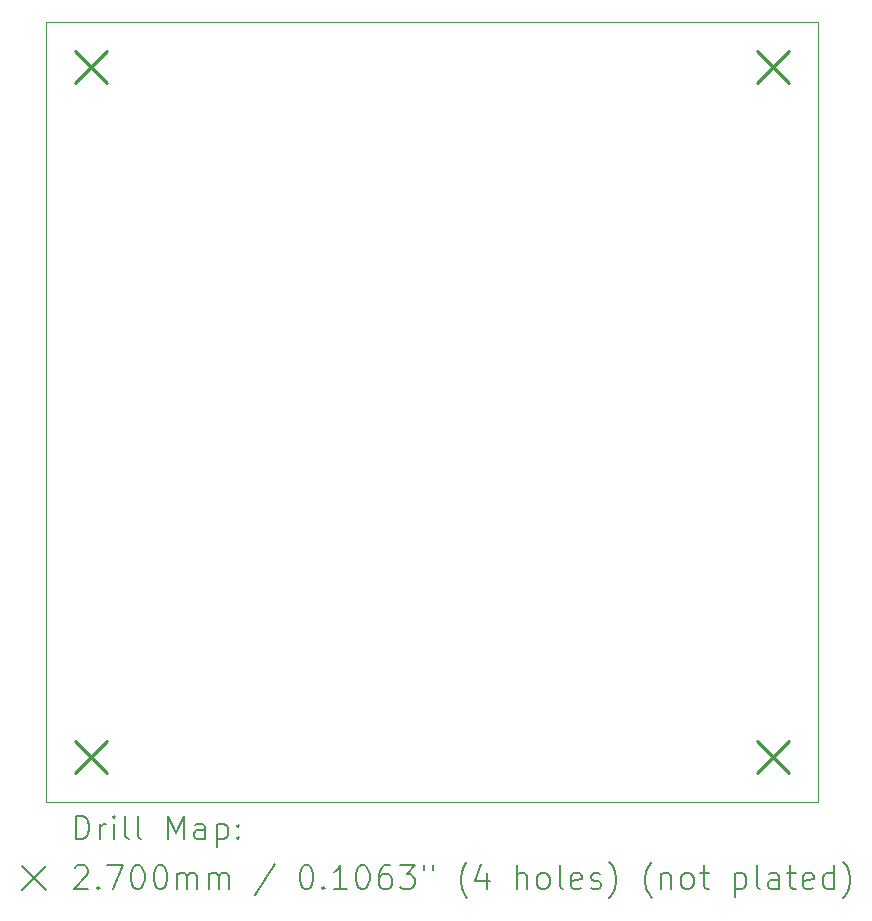
<source format=gbr>
%FSLAX45Y45*%
G04 Gerber Fmt 4.5, Leading zero omitted, Abs format (unit mm)*
G04 Created by KiCad (PCBNEW (6.0.2)) date 2022-11-25 11:40:52*
%MOMM*%
%LPD*%
G01*
G04 APERTURE LIST*
%TA.AperFunction,Profile*%
%ADD10C,0.050000*%
%TD*%
%ADD11C,0.200000*%
%ADD12C,0.270000*%
G04 APERTURE END LIST*
D10*
X15684500Y-12319000D02*
X9144000Y-12319000D01*
X9144000Y-12319000D02*
X9144000Y-5715000D01*
X9144000Y-5715000D02*
X15684500Y-5715000D01*
X15684500Y-5715000D02*
X15684500Y-12319000D01*
D11*
D12*
X9390000Y-5961000D02*
X9660000Y-6231000D01*
X9660000Y-5961000D02*
X9390000Y-6231000D01*
X9390000Y-11803000D02*
X9660000Y-12073000D01*
X9660000Y-11803000D02*
X9390000Y-12073000D01*
X15168500Y-5961000D02*
X15438500Y-6231000D01*
X15438500Y-5961000D02*
X15168500Y-6231000D01*
X15168500Y-11803000D02*
X15438500Y-12073000D01*
X15438500Y-11803000D02*
X15168500Y-12073000D01*
D11*
X9399119Y-12631976D02*
X9399119Y-12431976D01*
X9446738Y-12431976D01*
X9475310Y-12441500D01*
X9494357Y-12460548D01*
X9503881Y-12479595D01*
X9513405Y-12517690D01*
X9513405Y-12546262D01*
X9503881Y-12584357D01*
X9494357Y-12603405D01*
X9475310Y-12622452D01*
X9446738Y-12631976D01*
X9399119Y-12631976D01*
X9599119Y-12631976D02*
X9599119Y-12498643D01*
X9599119Y-12536738D02*
X9608643Y-12517690D01*
X9618167Y-12508167D01*
X9637214Y-12498643D01*
X9656262Y-12498643D01*
X9722929Y-12631976D02*
X9722929Y-12498643D01*
X9722929Y-12431976D02*
X9713405Y-12441500D01*
X9722929Y-12451024D01*
X9732452Y-12441500D01*
X9722929Y-12431976D01*
X9722929Y-12451024D01*
X9846738Y-12631976D02*
X9827690Y-12622452D01*
X9818167Y-12603405D01*
X9818167Y-12431976D01*
X9951500Y-12631976D02*
X9932452Y-12622452D01*
X9922929Y-12603405D01*
X9922929Y-12431976D01*
X10180071Y-12631976D02*
X10180071Y-12431976D01*
X10246738Y-12574833D01*
X10313405Y-12431976D01*
X10313405Y-12631976D01*
X10494357Y-12631976D02*
X10494357Y-12527214D01*
X10484833Y-12508167D01*
X10465786Y-12498643D01*
X10427690Y-12498643D01*
X10408643Y-12508167D01*
X10494357Y-12622452D02*
X10475310Y-12631976D01*
X10427690Y-12631976D01*
X10408643Y-12622452D01*
X10399119Y-12603405D01*
X10399119Y-12584357D01*
X10408643Y-12565309D01*
X10427690Y-12555786D01*
X10475310Y-12555786D01*
X10494357Y-12546262D01*
X10589595Y-12498643D02*
X10589595Y-12698643D01*
X10589595Y-12508167D02*
X10608643Y-12498643D01*
X10646738Y-12498643D01*
X10665786Y-12508167D01*
X10675310Y-12517690D01*
X10684833Y-12536738D01*
X10684833Y-12593881D01*
X10675310Y-12612928D01*
X10665786Y-12622452D01*
X10646738Y-12631976D01*
X10608643Y-12631976D01*
X10589595Y-12622452D01*
X10770548Y-12612928D02*
X10780071Y-12622452D01*
X10770548Y-12631976D01*
X10761024Y-12622452D01*
X10770548Y-12612928D01*
X10770548Y-12631976D01*
X10770548Y-12508167D02*
X10780071Y-12517690D01*
X10770548Y-12527214D01*
X10761024Y-12517690D01*
X10770548Y-12508167D01*
X10770548Y-12527214D01*
X8941500Y-12861500D02*
X9141500Y-13061500D01*
X9141500Y-12861500D02*
X8941500Y-13061500D01*
X9389595Y-12871024D02*
X9399119Y-12861500D01*
X9418167Y-12851976D01*
X9465786Y-12851976D01*
X9484833Y-12861500D01*
X9494357Y-12871024D01*
X9503881Y-12890071D01*
X9503881Y-12909119D01*
X9494357Y-12937690D01*
X9380071Y-13051976D01*
X9503881Y-13051976D01*
X9589595Y-13032928D02*
X9599119Y-13042452D01*
X9589595Y-13051976D01*
X9580071Y-13042452D01*
X9589595Y-13032928D01*
X9589595Y-13051976D01*
X9665786Y-12851976D02*
X9799119Y-12851976D01*
X9713405Y-13051976D01*
X9913405Y-12851976D02*
X9932452Y-12851976D01*
X9951500Y-12861500D01*
X9961024Y-12871024D01*
X9970548Y-12890071D01*
X9980071Y-12928167D01*
X9980071Y-12975786D01*
X9970548Y-13013881D01*
X9961024Y-13032928D01*
X9951500Y-13042452D01*
X9932452Y-13051976D01*
X9913405Y-13051976D01*
X9894357Y-13042452D01*
X9884833Y-13032928D01*
X9875310Y-13013881D01*
X9865786Y-12975786D01*
X9865786Y-12928167D01*
X9875310Y-12890071D01*
X9884833Y-12871024D01*
X9894357Y-12861500D01*
X9913405Y-12851976D01*
X10103881Y-12851976D02*
X10122929Y-12851976D01*
X10141976Y-12861500D01*
X10151500Y-12871024D01*
X10161024Y-12890071D01*
X10170548Y-12928167D01*
X10170548Y-12975786D01*
X10161024Y-13013881D01*
X10151500Y-13032928D01*
X10141976Y-13042452D01*
X10122929Y-13051976D01*
X10103881Y-13051976D01*
X10084833Y-13042452D01*
X10075310Y-13032928D01*
X10065786Y-13013881D01*
X10056262Y-12975786D01*
X10056262Y-12928167D01*
X10065786Y-12890071D01*
X10075310Y-12871024D01*
X10084833Y-12861500D01*
X10103881Y-12851976D01*
X10256262Y-13051976D02*
X10256262Y-12918643D01*
X10256262Y-12937690D02*
X10265786Y-12928167D01*
X10284833Y-12918643D01*
X10313405Y-12918643D01*
X10332452Y-12928167D01*
X10341976Y-12947214D01*
X10341976Y-13051976D01*
X10341976Y-12947214D02*
X10351500Y-12928167D01*
X10370548Y-12918643D01*
X10399119Y-12918643D01*
X10418167Y-12928167D01*
X10427690Y-12947214D01*
X10427690Y-13051976D01*
X10522929Y-13051976D02*
X10522929Y-12918643D01*
X10522929Y-12937690D02*
X10532452Y-12928167D01*
X10551500Y-12918643D01*
X10580071Y-12918643D01*
X10599119Y-12928167D01*
X10608643Y-12947214D01*
X10608643Y-13051976D01*
X10608643Y-12947214D02*
X10618167Y-12928167D01*
X10637214Y-12918643D01*
X10665786Y-12918643D01*
X10684833Y-12928167D01*
X10694357Y-12947214D01*
X10694357Y-13051976D01*
X11084833Y-12842452D02*
X10913405Y-13099595D01*
X11341976Y-12851976D02*
X11361024Y-12851976D01*
X11380071Y-12861500D01*
X11389595Y-12871024D01*
X11399119Y-12890071D01*
X11408643Y-12928167D01*
X11408643Y-12975786D01*
X11399119Y-13013881D01*
X11389595Y-13032928D01*
X11380071Y-13042452D01*
X11361024Y-13051976D01*
X11341976Y-13051976D01*
X11322928Y-13042452D01*
X11313405Y-13032928D01*
X11303881Y-13013881D01*
X11294357Y-12975786D01*
X11294357Y-12928167D01*
X11303881Y-12890071D01*
X11313405Y-12871024D01*
X11322928Y-12861500D01*
X11341976Y-12851976D01*
X11494357Y-13032928D02*
X11503881Y-13042452D01*
X11494357Y-13051976D01*
X11484833Y-13042452D01*
X11494357Y-13032928D01*
X11494357Y-13051976D01*
X11694357Y-13051976D02*
X11580071Y-13051976D01*
X11637214Y-13051976D02*
X11637214Y-12851976D01*
X11618167Y-12880548D01*
X11599119Y-12899595D01*
X11580071Y-12909119D01*
X11818167Y-12851976D02*
X11837214Y-12851976D01*
X11856262Y-12861500D01*
X11865786Y-12871024D01*
X11875309Y-12890071D01*
X11884833Y-12928167D01*
X11884833Y-12975786D01*
X11875309Y-13013881D01*
X11865786Y-13032928D01*
X11856262Y-13042452D01*
X11837214Y-13051976D01*
X11818167Y-13051976D01*
X11799119Y-13042452D01*
X11789595Y-13032928D01*
X11780071Y-13013881D01*
X11770548Y-12975786D01*
X11770548Y-12928167D01*
X11780071Y-12890071D01*
X11789595Y-12871024D01*
X11799119Y-12861500D01*
X11818167Y-12851976D01*
X12056262Y-12851976D02*
X12018167Y-12851976D01*
X11999119Y-12861500D01*
X11989595Y-12871024D01*
X11970548Y-12899595D01*
X11961024Y-12937690D01*
X11961024Y-13013881D01*
X11970548Y-13032928D01*
X11980071Y-13042452D01*
X11999119Y-13051976D01*
X12037214Y-13051976D01*
X12056262Y-13042452D01*
X12065786Y-13032928D01*
X12075309Y-13013881D01*
X12075309Y-12966262D01*
X12065786Y-12947214D01*
X12056262Y-12937690D01*
X12037214Y-12928167D01*
X11999119Y-12928167D01*
X11980071Y-12937690D01*
X11970548Y-12947214D01*
X11961024Y-12966262D01*
X12141976Y-12851976D02*
X12265786Y-12851976D01*
X12199119Y-12928167D01*
X12227690Y-12928167D01*
X12246738Y-12937690D01*
X12256262Y-12947214D01*
X12265786Y-12966262D01*
X12265786Y-13013881D01*
X12256262Y-13032928D01*
X12246738Y-13042452D01*
X12227690Y-13051976D01*
X12170548Y-13051976D01*
X12151500Y-13042452D01*
X12141976Y-13032928D01*
X12341976Y-12851976D02*
X12341976Y-12890071D01*
X12418167Y-12851976D02*
X12418167Y-12890071D01*
X12713405Y-13128167D02*
X12703881Y-13118643D01*
X12684833Y-13090071D01*
X12675309Y-13071024D01*
X12665786Y-13042452D01*
X12656262Y-12994833D01*
X12656262Y-12956738D01*
X12665786Y-12909119D01*
X12675309Y-12880548D01*
X12684833Y-12861500D01*
X12703881Y-12832928D01*
X12713405Y-12823405D01*
X12875309Y-12918643D02*
X12875309Y-13051976D01*
X12827690Y-12842452D02*
X12780071Y-12985309D01*
X12903881Y-12985309D01*
X13132452Y-13051976D02*
X13132452Y-12851976D01*
X13218167Y-13051976D02*
X13218167Y-12947214D01*
X13208643Y-12928167D01*
X13189595Y-12918643D01*
X13161024Y-12918643D01*
X13141976Y-12928167D01*
X13132452Y-12937690D01*
X13341976Y-13051976D02*
X13322928Y-13042452D01*
X13313405Y-13032928D01*
X13303881Y-13013881D01*
X13303881Y-12956738D01*
X13313405Y-12937690D01*
X13322928Y-12928167D01*
X13341976Y-12918643D01*
X13370548Y-12918643D01*
X13389595Y-12928167D01*
X13399119Y-12937690D01*
X13408643Y-12956738D01*
X13408643Y-13013881D01*
X13399119Y-13032928D01*
X13389595Y-13042452D01*
X13370548Y-13051976D01*
X13341976Y-13051976D01*
X13522928Y-13051976D02*
X13503881Y-13042452D01*
X13494357Y-13023405D01*
X13494357Y-12851976D01*
X13675309Y-13042452D02*
X13656262Y-13051976D01*
X13618167Y-13051976D01*
X13599119Y-13042452D01*
X13589595Y-13023405D01*
X13589595Y-12947214D01*
X13599119Y-12928167D01*
X13618167Y-12918643D01*
X13656262Y-12918643D01*
X13675309Y-12928167D01*
X13684833Y-12947214D01*
X13684833Y-12966262D01*
X13589595Y-12985309D01*
X13761024Y-13042452D02*
X13780071Y-13051976D01*
X13818167Y-13051976D01*
X13837214Y-13042452D01*
X13846738Y-13023405D01*
X13846738Y-13013881D01*
X13837214Y-12994833D01*
X13818167Y-12985309D01*
X13789595Y-12985309D01*
X13770548Y-12975786D01*
X13761024Y-12956738D01*
X13761024Y-12947214D01*
X13770548Y-12928167D01*
X13789595Y-12918643D01*
X13818167Y-12918643D01*
X13837214Y-12928167D01*
X13913405Y-13128167D02*
X13922928Y-13118643D01*
X13941976Y-13090071D01*
X13951500Y-13071024D01*
X13961024Y-13042452D01*
X13970548Y-12994833D01*
X13970548Y-12956738D01*
X13961024Y-12909119D01*
X13951500Y-12880548D01*
X13941976Y-12861500D01*
X13922928Y-12832928D01*
X13913405Y-12823405D01*
X14275309Y-13128167D02*
X14265786Y-13118643D01*
X14246738Y-13090071D01*
X14237214Y-13071024D01*
X14227690Y-13042452D01*
X14218167Y-12994833D01*
X14218167Y-12956738D01*
X14227690Y-12909119D01*
X14237214Y-12880548D01*
X14246738Y-12861500D01*
X14265786Y-12832928D01*
X14275309Y-12823405D01*
X14351500Y-12918643D02*
X14351500Y-13051976D01*
X14351500Y-12937690D02*
X14361024Y-12928167D01*
X14380071Y-12918643D01*
X14408643Y-12918643D01*
X14427690Y-12928167D01*
X14437214Y-12947214D01*
X14437214Y-13051976D01*
X14561024Y-13051976D02*
X14541976Y-13042452D01*
X14532452Y-13032928D01*
X14522928Y-13013881D01*
X14522928Y-12956738D01*
X14532452Y-12937690D01*
X14541976Y-12928167D01*
X14561024Y-12918643D01*
X14589595Y-12918643D01*
X14608643Y-12928167D01*
X14618167Y-12937690D01*
X14627690Y-12956738D01*
X14627690Y-13013881D01*
X14618167Y-13032928D01*
X14608643Y-13042452D01*
X14589595Y-13051976D01*
X14561024Y-13051976D01*
X14684833Y-12918643D02*
X14761024Y-12918643D01*
X14713405Y-12851976D02*
X14713405Y-13023405D01*
X14722928Y-13042452D01*
X14741976Y-13051976D01*
X14761024Y-13051976D01*
X14980071Y-12918643D02*
X14980071Y-13118643D01*
X14980071Y-12928167D02*
X14999119Y-12918643D01*
X15037214Y-12918643D01*
X15056262Y-12928167D01*
X15065786Y-12937690D01*
X15075309Y-12956738D01*
X15075309Y-13013881D01*
X15065786Y-13032928D01*
X15056262Y-13042452D01*
X15037214Y-13051976D01*
X14999119Y-13051976D01*
X14980071Y-13042452D01*
X15189595Y-13051976D02*
X15170548Y-13042452D01*
X15161024Y-13023405D01*
X15161024Y-12851976D01*
X15351500Y-13051976D02*
X15351500Y-12947214D01*
X15341976Y-12928167D01*
X15322928Y-12918643D01*
X15284833Y-12918643D01*
X15265786Y-12928167D01*
X15351500Y-13042452D02*
X15332452Y-13051976D01*
X15284833Y-13051976D01*
X15265786Y-13042452D01*
X15256262Y-13023405D01*
X15256262Y-13004357D01*
X15265786Y-12985309D01*
X15284833Y-12975786D01*
X15332452Y-12975786D01*
X15351500Y-12966262D01*
X15418167Y-12918643D02*
X15494357Y-12918643D01*
X15446738Y-12851976D02*
X15446738Y-13023405D01*
X15456262Y-13042452D01*
X15475309Y-13051976D01*
X15494357Y-13051976D01*
X15637214Y-13042452D02*
X15618167Y-13051976D01*
X15580071Y-13051976D01*
X15561024Y-13042452D01*
X15551500Y-13023405D01*
X15551500Y-12947214D01*
X15561024Y-12928167D01*
X15580071Y-12918643D01*
X15618167Y-12918643D01*
X15637214Y-12928167D01*
X15646738Y-12947214D01*
X15646738Y-12966262D01*
X15551500Y-12985309D01*
X15818167Y-13051976D02*
X15818167Y-12851976D01*
X15818167Y-13042452D02*
X15799119Y-13051976D01*
X15761024Y-13051976D01*
X15741976Y-13042452D01*
X15732452Y-13032928D01*
X15722928Y-13013881D01*
X15722928Y-12956738D01*
X15732452Y-12937690D01*
X15741976Y-12928167D01*
X15761024Y-12918643D01*
X15799119Y-12918643D01*
X15818167Y-12928167D01*
X15894357Y-13128167D02*
X15903881Y-13118643D01*
X15922928Y-13090071D01*
X15932452Y-13071024D01*
X15941976Y-13042452D01*
X15951500Y-12994833D01*
X15951500Y-12956738D01*
X15941976Y-12909119D01*
X15932452Y-12880548D01*
X15922928Y-12861500D01*
X15903881Y-12832928D01*
X15894357Y-12823405D01*
M02*

</source>
